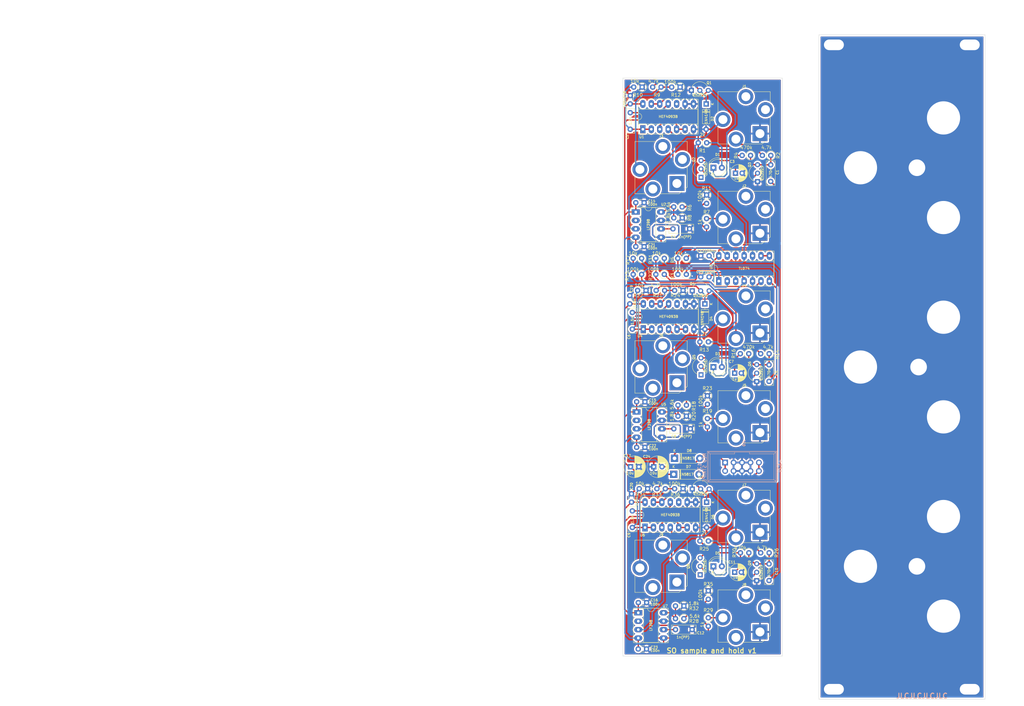
<source format=kicad_pcb>
(kicad_pcb (version 20211014) (generator pcbnew)
  (title_block (title "sample and hold"))
  (layers (0 "F.Cu" signal) (31 "B.Cu" signal) (34 "B.Paste" user) (35 "F.Paste" user) (36 "B.SilkS" user "B.Silkscreen") (37 "F.SilkS" user "F.Silkscreen") (38 "B.Mask" user) (39 "F.Mask" user) (44 "Edge.Cuts" user))
  (net 0 "")
  (net 1 "GND")
  (net 2 "-12V")
  (net 3 "+12V")
  (net 4 "Net-(C1-Pad1)")
  (net 5 "Net-(C1-Pad2)")
  (net 6 "Net-(C2-Pad1)")
  (net 7 "Net-(C2-Pad2)")
  (net 8 "Net-(C3-Pad1)")
  (net 9 "Net-(C4-Pad2)")
  (net 10 "Net-(D2-Pad1)")
  (net 11 "Net-(D3-Pad2)")
  (net 12 "Net-(D4-Pad1)")
  (net 13 "Net-(J1-PadT)")
  (net 14 "NOISE_1")
  (net 15 "Net-(J2-PadT)")
  (net 19 "Net-(D1-Pad1)")
  (net 20 "Net-(Q2-Pad2)")
  (net 22 "Net-(D1-Pad2)")
  (net 23 "Net-(R3-Pad2)")
  (net 24 "Net-(R6-Pad2)")
  (net 25 "Net-(R6-Pad1)")
  (net 26 "Net-(R11-Pad2)")
  (net 28 "Net-(C5-Pad1)")
  (net 29 "Net-(C5-Pad2)")
  (net 30 "Net-(C6-Pad2)")
  (net 31 "Net-(D3-Pad1)")
  (net 32 "Net-(D5-Pad2)")
  (net 33 "Net-(D6-Pad1)")
  (net 34 "Net-(J8-PadT)")
  (net 35 "Net-(J9-PadT)")
  (net 36 "Net-(C6-Pad1)")
  (net 37 "Net-(C9-Pad1)")
  (net 38 "Net-(C9-Pad2)")
  (net 40 "Net-(C10-Pad2)")
  (net 41 "NOISE_2")
  (net 42 "Net-(U1-Pad3)")
  (net 44 "NOISE_3")
  (net 45 "Net-(Q5-Pad2)")
  (net 46 "Net-(U4-Pad3)")
  (net 48 "Net-(C7-Pad1)")
  (net 50 "Net-(C8-Pad2)")
  (net 51 "Net-(D5-Pad1)")
  (net 52 "Net-(D7-Pad2)")
  (net 53 "Net-(D8-Pad1)")
  (net 54 "Net-(R15-Pad2)")
  (net 55 "Net-(R18-Pad1)")
  (net 56 "Net-(R18-Pad2)")
  (net 57 "Net-(C10-Pad1)")
  (net 58 "Net-(C11-Pad1)")
  (net 59 "Net-(C12-Pad2)")
  (net 60 "Net-(Q8-Pad2)")
  (net 62 "Net-(R27-Pad2)")
  (net 63 "Net-(R28-Pad1)")
  (net 64 "Net-(R28-Pad2)")
  (net 65 "Net-(U6-Pad3)")
  (net 68 "Net-(J4-PadT)")
  (net 69 "Net-(J5-PadT)")
  (net 72 "Net-(J6-PadT)")
  (net 73 "Net-(J7-PadT)")
  (net 76 "Net-(U3-Pad9)")
  (net 77 "Net-(R19-Pad2)")
  (net 78 "Net-(R29-Pad2)")
  (net 81 "Net-(J3-PadT)")
  (footprint "Kosmo_panel:Kosmo_Jack_Hole" (layer "F.Cu") (at 152.5 190)
    (fp_text reference "REF**" hide)
    (fp_text value "Kosmo_Jack_Hole")
  )
  (footprint "ao_tht:D_DO-35_SOD27_P7.62mm_Horizontal" (layer "F.Cu") (at 105.664 110.998 -90)
    (fp_text reference "D4")
    (fp_text value "1N4148")
  )
  (footprint "ao_tht:R_Axial_DIN0207_L6.3mm_D2.5mm_P2.54mm_Vertical" (layer "F.Cu") (at 106.709 122.428 180)
    (fp_text reference "R13")
    (fp_text value "2k")
  )
  (footprint "ao_tht:R_Axial_DIN0207_L6.3mm_D2.5mm_P2.54mm_Vertical" (layer "F.Cu") (at 99.089 106.934 180)
    (fp_text reference "R24")
    (fp_text value "100k")
  )
  (footprint "ao_tht:R_Axial_DIN0207_L6.3mm_D2.5mm_P2.54mm_Vertical" (layer "F.Cu") (at 86.77 45.72 180)
    (fp_text reference "R10")
    (fp_text value "10k")
  )
  (footprint "ao_tht:DIP-14_W7.62mm_Socket_LongPads" (layer "F.Cu") (at 87.63 178.308 90)
    (fp_text reference "U6")
    (fp_text value "HEF4093B")
  )
  (footprint "ao_tht:R_Axial_DIN0207_L6.3mm_D2.5mm_P2.54mm_Vertical" (layer "F.Cu") (at 86.614 97.282 180)
    (fp_text reference "R17")
    (fp_text value "10k")
  )
  (footprint "ao_tht:C_Rect_L7.2mm_W2.5mm_P5.00mm_FKS2_FKP2_MKS2_MKP2" (layer "F.Cu") (at 101.052 88.392 180)
    (fp_text reference "C4")
    (fp_text value "1n(PP)")
  )
  (footprint "ao_tht:C_Rect_L7.2mm_W2.5mm_P5.00mm_FKS2_FKP2_MKS2_MKP2" (layer "F.Cu") (at 83.82 178.308 90)
    (fp_text reference "C9")
    (fp_text value "1.5n")
  )
  (footprint "ao_tht:Jack_6.35mm_PJ_629HAN" (layer "F.Cu") (at 117.5 55)
    (fp_text reference "J1")
    (fp_text value "in_1")
  )
  (footprint "ao_tht:C_Rect_L7.2mm_W2.5mm_P5.00mm_FKS2_FKP2_MKS2_MKP2" (layer "F.Cu") (at 124.968 134.326 90)
    (fp_text reference "C5")
    (fp_text value "470n")
  )
  (footprint "ao_tht:C_Disc_D3.0mm_W1.6mm_P2.50mm" (layer "F.Cu") (at 87.366 93.736 180)
    (fp_text reference "C21")
    (fp_text value "100n")
  )
  (footprint "Kosmo_panel:Kosmo_Jack_Hole" (layer "F.Cu") (at 177.5 145)
    (fp_text reference "REF**" hide)
    (fp_text value "Kosmo_Jack_Hole")
  )
  (footprint "Kosmo_panel:Kosmo_Jack_Hole" (layer "F.Cu") (at 177.5 205)
    (fp_text reference "REF**" hide)
    (fp_text value "Kosmo_Jack_Hole")
  )
  (footprint "ao_tht:LED_D5.0mm" (layer "F.Cu") (at 108.225 70)
    (fp_text reference "D1")
    (fp_text value "LED_red")
  )
  (footprint "ao_tht:R_Axial_DIN0207_L6.3mm_D2.5mm_P2.54mm_Vertical" (layer "F.Cu") (at 106.68 205.486 -90)
    (fp_text reference "R29")
    (fp_text value "1k")
  )
  (footprint "Kosmo_panel:Kosmo_Panel_Dual_Slotted_Mounting_Holes" (layer "F.Cu") (at 143.1 227)
    (fp_text reference "REF**" hide)
    (fp_text value "Kosmo_Panel_Dual_Slotted_Mounting_Holes")
  )
  (footprint "ao_tht:R_Axial_DIN0207_L6.3mm_D2.5mm_P2.54mm_Vertical" (layer "F.Cu") (at 119.409 66.294 180)
    (fp_text reference "R4")
    (fp_text value "470k")
  )
  (footprint "ao_tht:LED_D5.0mm" (layer "F.Cu") (at 108.225 190)
    (fp_text reference "D5")
    (fp_text value "LED_red")
  )
  (footprint "ao_tht:R_Axial_DIN0207_L6.3mm_D2.5mm_P2.54mm_Vertical" (layer "F.Cu") (at 106.201 62.484 180)
    (fp_text reference "R1")
    (fp_text value "2k")
  )
  (footprint "ao_tht:C_Rect_L7.2mm_W2.5mm_P5.00mm_FKS2_FKP2_MKS2_MKP2" (layer "F.Cu") (at 125.476 74.128 90)
    (fp_text reference "C1")
    (fp_text value "470n")
  )
  (footprint "ao_tht:TO-92_Inline_Wide" (layer "F.Cu") (at 121.264 194.31 90)
    (fp_text reference "Q9")
    (fp_text value "2N3904")
  )
  (footprint "ao_tht:DIP-14_W7.62mm_Socket_LongPads" (layer "F.Cu") (at 109.85 104.13 90)
    (fp_text reference "U3")
    (fp_text value "TL074")
  )
  (footprint "ao_tht:CP_Radial_D6.3mm_P2.50mm" (layer "F.Cu") (at 83.272621 160.02)
    (fp_text reference "C17")
    (fp_text value "10u")
  )
  (footprint "ao_tht:R_Axial_DIN0207_L6.3mm_D2.5mm_P2.54mm_Vertical" (layer "F.Cu") (at 106.68 197.358 -90)
    (fp_text reference "R35")
    (fp_text value "100k")
  )
  (footprint "ao_tht:R_Axial_DIN0207_L6.3mm_D2.5mm_P2.54mm_Vertical" (layer "F.Cu") (at 106.162 85.305 -90)
    (fp_text reference "R7")
    (fp_text value "1k")
  )
  (footprint "ao_tht:C_Disc_D3.0mm_W1.6mm_P2.50mm" (layer "F.Cu") (at 83.185 48.28 -90)
    (fp_text reference "C18")
    (fp_text value "100n")
  )
  (footprint "ao_tht:C_Disc_D3.0mm_W1.6mm_P2.50mm" (layer "F.Cu") (at 85.11 140.462)
    (fp_text reference "C15")
    (fp_text value "100n")
  )
  (footprint "ao_tht:CP_Radial_D5.0mm_P2.00mm" (layer "F.Cu") (at 114.614888 191.77)
    (fp_text reference "C11")
    (fp_text value "1u")
  )
  (footprint "ao_tht:C_Disc_D3.0mm_W1.6mm_P2.50mm" (layer "F.Cu") (at 104.414 102.87)
    (fp_text reference "C25")
    (fp_text value "100n")
  )
  (footprint "ao_tht:R_Axial_DIN0207_L6.3mm_D2.5mm_P2.54mm_Vertical" (layer "F.Cu") (at 99.089 166.624 180)
    (fp_text reference "R36")
    (fp_text value "100k")
  )
  (footprint "ao_tht:R_Axial_DIN0207_L6.3mm_D2.5mm_P2.54mm_Vertical" (layer "F.Cu") (at 86.614 102.108 180)
    (fp_text reference "R15")
    (fp_text value "100k")
  )
  (footprint "ao_tht:C_Disc_D3.0mm_W1.6mm_P2.50mm" (layer "F.Cu") (at 83.058 108.478 -90)
    (fp_text reference "C19")
    (fp_text value "100n")
  )
  (footprint "ao_tht:R_Axial_DIN0207_L6.3mm_D2.5mm_P2.54mm_Vertical" (layer "F.Cu") (at 125.505 66.294 180)
    (fp_text reference "R2")
    (fp_text value "4.7k")
  )
  (footprint "Kosmo_panel:Kosmo_LED_Hole" (layer "F.Cu") (at 169.5 70)
    (fp_text reference "REF**" hide)
    (fp_text value "Kosmo_LED_Hole")
  )
  (footprint "ao_tht:C_Disc_D3.0mm_W1.6mm_P2.50mm" (layer "F.Cu") (at 104.414 96.52)
    (fp_text reference "C13")
    (fp_text value "100n")
  )
  (footprint "ao_tht:C_Rect_L7.2mm_W2.5mm_P5.00mm_FKS2_FKP2_MKS2_MKP2" (layer "F.Cu") (at 101.306 148.59 180)
    (fp_text reference "C8")
    (fp_text value "1n(PP)")
  )
  (footprint "ao_tht:Jack_6.35mm_PJ_629HAN" (layer "F.Cu") (at 117.5 85)
    (fp_text reference "J2")
    (fp_text value "out_1")
  )
  (footprint "ao_tht:R_Axial_DIN0207_L6.3mm_D2.5mm_P2.54mm_Vertical" (layer "F.Cu") (at 93.443 102.108 180)
    (fp_text reference "R27")
    (fp_text value "100k")
  )
  (footprint "ao_tht:Jack_6.35mm_PJ_629HAN" (layer "F.Cu") (at 117.5 205)
    (fp_text reference "J8")
    (fp_text value "out_3")
  )
  (footprint "ao_tht:C_Disc_D3.0mm_W1.6mm_P2.50mm" (layer "F.Cu") (at 85.618 200.914)
    (fp_text reference "C16")
    (fp_text value "100n")
  )
  (footprint "ao_tht:Jack_6.35mm_PJ_629HAN" (layer "F.Cu") (at 92.5 130)
    (fp_text reference "J6")
    (fp_text value "trig_2")
  )
  (footprint "ao_tht:TO-92_Inline_Wide" (layer "F.Cu") (at 101.6 46.715)
    (fp_text reference "Q1")
    (fp_text value "2N3904")
  )
  (footprint "ao_tht:Jack_6.35mm_PJ_629HAN" (layer "F.Cu") (at 92.5 70)
    (fp_text reference "J3")
    (fp_text value "trig_1")
  )
  (footprint "ao_tht:DIP-14_W7.62mm_Socket_LongPads" (layer "F.Cu") (at 87.117 118.608 90)
    (fp_text reference "U4")
    (fp_text value "HEF4093B")
  )
  (footprint "ao_tht:R_Axial_DIN0207_L6.3mm_D2.5mm_P2.54mm_Vertical" (layer "F.Cu") (at 106.709 182.372 180)
    (fp_text reference "R25")
    (fp_text value "2k")
  )
  (footprint "ao_tht:D_DO-41_SOD81_P7.62mm_Horizontal" (layer "F.Cu") (at 96.52 157.48)
    (fp_text reference "D8")
    (fp_text value "1N5817")
  )
  (footprint "ao_tht:R_Axial_DIN0207_L6.3mm_D2.5mm_P2.54mm_Vertical" (layer "F.Cu") (at 100.105 144.78 180)
    (fp_text reference "R20")
    (fp_text value "1.8k")
  )
  (footprint "ao_tht:R_Axial_DIN0207_L6.3mm_D2.5mm_P2.54mm_Vertical" (layer "F.Cu") (at 93.443 97.282 180)
    (fp_text reference "R31")
    (fp_text value "10k")
  )
  (footprint "panellib:panel_samplehold" (layer "F.Cu") (at 165 130)
    (fp_text reference "G***")
    (fp_text value "LOGO" hide)
  )
  (footprint "Kosmo_panel:Kosmo_Panel_Dual_Slotted_Mounting_Holes" (layer "F.Cu") (at 184 227)
    (fp_text reference "REF**" hide)
    (fp_text value "Kosmo_Panel_Dual_Slotted_Mounting_Holes")
  )
  (footprint "ao_tht:Jack_6.35mm_PJ_629HAN" (layer "F.Cu") (at 92.5 190)
    (fp_text reference "J9")
    (fp_text value "trig_3")
  )
  (footprint "ao_tht:DIP-8_W7.62mm_Socket_LongPads" (layer "F.Cu") (at 85.608 203.972)
    (fp_text reference "U7")
    (fp_text value "LF398")
  )
  (footprint "ao_tht:R_Axial_DIN0207_L6.3mm_D2.5mm_P2.54mm_Vertical" (layer "F.Cu") (at 100.105 141.478 180)
    (fp_text reference "R18")
    (fp_text value "5.6k")
  )
  (footprint "ao_tht:C_Disc_D3.0mm_W1.6mm_P2.50mm" (layer "F.Cu") (at 87.61 154.178 180)
    (fp_text reference "C22")
    (fp_text value "100n")
  )
  (footprint "ao_tht:R_Axial_DIN0207_L6.3mm_D2.5mm_P2.54mm_Vertical" (layer "F.Cu") (at 106.426 138.655 -90)
    (fp_text reference "R23")
    (fp_text value "100k")
  )
  (footprint "Kosmo_panel:Kosmo_Jack_Hole" (layer "F.Cu") (at 152.5 130)
    (fp_text reference "REF**" hide)
    (fp_text value "Kosmo_Jack_Hole")
  )
  (footprint "ao_tht:R_Axial_DIN0207_L6.3mm_D2.5mm_P2.54mm_Vertical" (layer "F.Cu") (at 106.172 78.203 -90)
    (fp_text reference "R11")
    (fp_text value "100k")
  )
  (footprint "Kosmo_panel:Kosmo_LED_Hole" (layer "F.Cu") (at 169.5 190)
    (fp_text reference "REF**" hide)
    (fp_text value "Kosmo_LED_Hole")
  )
  (footprint "ao_tht:R_Axial_DIN0207_L6.3mm_D2.5mm_P2.54mm_Vertical" (layer "F.Cu") (at 100.047 97.282 180)
    (fp_text reference "R5")
    (fp_text value "10k")
  )
  (footprint "ao_tht:R_Axial_DIN0207_L6.3mm_D2.5mm_P2.54mm_Vertical" (layer "F.Cu") (at 124.997 185.928 180)
    (fp_text reference "R26")
    (fp_text value "4.7k")
  )
  (footprint "ao_tht:LED_D5.0mm" (layer "F.Cu") (at 108.225 130)
    (fp_text reference "D3")
    (fp_text value "LED_red")
  )
  (footprint "ao_tht:R_Axial_DIN0207_L6.3mm_D2.5mm_P2.54mm_Vertical" (layer "F.Cu") (at 92.485 45.72 180)
    (fp_text reference "R9")
    (fp_text value "4.7k")
  )
  (footprint "ao_tht:C_Rect_L7.2mm_W2.5mm_P5.00mm_FKS2_FKP2_MKS2_MKP2" (layer "F.Cu") (at 83.82 118.578 90)
    (fp_text reference "C6")
    (fp_text value "1.5n")
  )
  (footprint "ao_tht:CP_Radial_D5.0mm_P2.00mm" (layer "F.Cu") (at 114.614888 131.826)
    (fp_text reference "C7")
    (fp_text value "1u")
  )
  (footprint "ao_tht:C_Rect_L7.2mm_W2.5mm_P5.00mm_FKS2_FKP2_MKS2_MKP2" (layer "F.Cu") (at 124.968 194.27 90)
    (fp_text reference "C10")
    (fp_text value "470n")
  )
  (footprint "Kosmo_panel:Kosmo_Jack_Hole" (layer "F.Cu") (at 177.5 175)
    (fp_text reference "REF**" hide)
    (fp_text value "Kosmo_Jack_Hole")
  )
  (footprint "ao_tht:CP_Radial_D5.0mm_P2.00mm" (layer "F.Cu") (at 114.868888 71.628)
    (fp_text reference "C3")
    (fp_text value "1u")
  )
  (footprint "ao_tht:DIP-14_W7.62mm_Socket_LongPads" (layer "F.Cu") (at 86.99 58.41 90)
    (fp_text reference "U1")
    (fp_text value "HEF4093B")
  )
  (footprint "ao_tht:C_Disc_D3.0mm_W1.6mm_P2.50mm" (layer "F.Cu") (at 88.098 214.884 180)
    (fp_text reference "C23")
    (fp_text value "100n")
  )
  (footprint "ao_tht:R_Axial_DIN0207_L6.3mm_D2.5mm_P2.54mm_Vertical" (layer "F.Cu") (at 98.2 45.72 180)
    (fp_text reference "R12")
    (fp_text value "100k")
  )
  (footprint "ao_tht:R_Axial_DIN0207_L6.3mm_D2.5mm_P2.54mm_Vertical" (layer "F.Cu") (at 106.426 145.513 -90)
    (fp_text reference "R19")
    (fp_text value "1k")
  )
  (footprint "ao_tht:TO-92_Inline_Wide" (layer "F.Cu") (at 121.264 134.366 90)
    (fp_text reference "Q6")
    (fp_text value "2N3904")
  )
  (footprint "Kosmo_panel:Kosmo_LED_Hole" (layer "F.Cu") (at 170 130)
    (fp_text reference "REF**" hide)
    (fp_text value "Kosmo_LED_Hole")
  )
  (footprint "Kosmo_panel:Kosmo_Jack_Hole" (layer "F.Cu") (at 177.5 85)
    (fp_text reference "REF**" hide)
    (fp_text value "Kosmo_Jack_Hole")
  )
  (footprint "ao_tht:TO-92_Inline_Wide" (layer "F.Cu") (at 104.5 72.898 90)
    (fp_text reference "Q2")
    (fp_text value "BC546")
  )
  (footprint "ao_tht:R_Axial_DIN0207_L6.3mm_D2.5mm_P2.54mm_Vertical" (layer "F.Cu") (at 118.901 185.928 180)
    (fp_text reference "R30")
    (fp_text value "470k")
  )
  (footprint "ao_tht:R_Axial_DIN0207_L6.3mm_D2.5mm_P2.54mm_Vertical" (layer "F.Cu") (at 98.816 81.798 180)
    (fp_text reference "R6")
    (fp_text value "5.6k")
  )
  (footprint "Kosmo_panel:Kosmo_Jack_Hole" (layer "F.Cu") (at 177.5 55)
    (fp_text reference "REF**" hide)
    (fp_text value "Kosmo_Jack_Hole")
  )
  (footprint "ao_tht:Jack_6.35mm_PJ_629HAN" (layer "F.Cu") (at 117.5 115)
    (fp_text reference "J4")
    (fp_text value "in_2")
  )
  (footprint "ao_tht:C_Rect_L7.2mm_W2.5mm_P5.00mm_FKS2_FKP2_MKS2_MKP2" (layer "F.Cu") (at 101.814 209.042 180)
    (fp_text reference "C12")
    (fp_text value "1n(PP)")
  )
  (footprint "ao_tht:R_Axial_DIN0207_L6.3mm_D2.5mm_P2.54mm_Vertical" (layer "F.Cu") (at 93.53 106.934 180)
    (fp_text reference "R21")
    (fp_text value "4.7k")
  )
  (footprint "ao_tht:TO-92_Inline_Wide" (layer "F.Cu") (at 104.246 192.532 90)
    (fp_text reference "Q8")
    (fp_text value "BC546")
  )
  (footprint "ao_tht:C_Rect_L7.2mm_W2.5mm_P5.00mm_FKS2_FKP2_MKS2_MKP2" (layer "F.Cu") (at 83.185 58.42 90)
    (fp_text reference "C2")
    (fp_text value "1.5n")
  )
  (footprint "ao_tht:R_Axial_DIN0207_L6.3mm_D2.5mm_P2.54mm_Vertical" (layer "F.Cu") (at 87.942 106.934 180)
    (fp_text reference "R22")
    (fp_text value "10k")
  )
  (footprint "ao_tht:TO-92_Inline_Wide" (layer "F.Cu") (at 121.518 74.168 90)
    (fp_text reference "Q3")
    (fp_text value "2N3904")
  )
  (footprint "ao_tht:R_Axial_DIN0207_L6.3mm_D2.5mm_P2.54mm_Vertical" (layer "F.Cu") (at 124.997 125.984 180)
    (fp_text reference "R14")
    (fp_text value "4.7k")
  )
  (footprint "ao_tht:DIP-8_W7.62mm_Socket_LongPads" (layer "F.Cu") (at 84.846 83.322)
    (fp_text reference "U2")
    (fp_text value "LF398")
  )
  (footprint "ao_tht:Jack_6.35mm_PJ_629HAN" (layer "F.Cu") (at 117.5 145)
    (fp_text reference "J5")
    (fp_text value "out_2")
  )
  (footprint "Kosmo_panel:Kosmo_Jack_Hole" (layer "F.Cu") (at 152.5 70)
    (fp_text reference "REF**" hide)
    (fp_text value "Kosmo_Jack_Hole")
  )
  (footprint "ao_tht:D_DO-41_SOD81_P7.62mm_Horizontal" (layer "F.Cu") (at 96.266 162.306)
    (fp_text reference "D7")
    (fp_text value "1N5817")
  )
  (footprint "ao_tht:C_Disc_D3.0mm_W1.6mm_P2.50mm" (layer "F.Cu") (at 84.866 80.518)
    (fp_text reference "C14")
    (fp_text value "100n")
  )
  (footprint "ao_tht:Jack_6.35mm_PJ_629HAN" (layer "F.Cu") (at 117.5 175)
    (fp_text reference "J7")
    (fp_text value "in_3")
  )
  (footprint "ao_tht:R_Axial_DIN0207_L6.3mm_D2.5mm_P2.54mm_Vertical" (layer "F.Cu") (at 88.421 166.624 180)
    (fp_text reference "R34")
    (fp_text value "10k")
  )
  (footprint "ao_tht:TO-92_Inline_Wide" (layer "F.Cu") (at 104.5 132.334 90)
    (fp_text reference "Q5")
    (fp_text value "BC546")
  )
  (footprint "ao_tht:TO-92_Inline_Wide" (layer "F.Cu") (at 101.854 107.04)
    (fp_text reference "Q4")
    (fp_text value "2N3904")
  )
  (footprint "ao_tht:D_DO-35_SOD27_P7.62mm_Horizontal" (layer "F.Cu") (at 106.045 50.8 -90)
    (fp_text reference "D2")
    (fp_text value "1N4148")
  )
  (footprint "ao_tht:D_DO-35_SOD27_P7.62mm_Horizontal" (layer "F.Cu") (at 106.172 170.688 -90)
    (fp_text reference "D6")
    (fp_text value "1N4148")
  )
  (footprint "ao_tht:R_Axial_DIN0207_L6.3mm_D2.5mm_P2.54mm_Vertical" (layer "F.Cu") (at 98.845 85.1 180)
    (fp_text reference "R8")
    (fp_text value "1.8k")
  )
  (footprint "ao_tht:C_Disc_D3.0mm_W1.6mm_P2.50mm" (layer "F.Cu") (at 83.566 168.168 -90)
    (fp_text reference "C20")
    (fp_text value "100n")
  )
  (footprint "ao_tht:R_Axial_DIN0207_L6.3mm_D2.5mm_P2.54mm_Vertical" (layer "F.Cu") (at 118.872 125.984 180)
    (fp_text reference "R16")
    (fp_text value "470k")
  )
  (footprint "Kosmo_panel:Kosmo_Jack_Hole" (layer "F.Cu") (at 177.5 115)
    (fp_text reference "REF**" hide)
    (fp_text value "Kosmo_Jack_Hole")
  )
  (footprint "ao_tht:TO-92_Inline_Wide" (layer "F.Cu") (at 101.854 166.73)
    (fp_text reference "Q7")
    (fp_text value "2N3904")
  )
  (footprint "ao_tht:R_Axial_DIN0207_L6.3mm_D2.5mm_P2.54mm_Vertical" (layer "F.Cu") (at 93.755 166.624 180)
    (fp_text reference "R33")
    (fp_text value "4.7k")
  )
  (footprint "ao_tht:CP_Radial_D6.3mm_P2.50mm" (layer "F.Cu") (at 90.257621 160.02)
    (fp_text reference "C24")
    (fp_text value "10u")
  )
  (footprint "ao_tht:R_Axial_DIN0207_L6.3mm_D2.5mm_P2.54mm_Vertical" (layer "F.Cu") (at 99.343 201.93 180)
    (fp_text reference "R32")
    (fp_text value "1.8k")
  )
  (footprint "ao_tht:R_Axial_DIN0207_L6.3mm_D2.5mm_P2.54mm_Vertical" (layer "F.Cu") (at 100.076 102.108 180)
    (fp_text reference "R3")
    (fp_text value "100k")
  )
  (footprint "ao_tht:R_Axial_DIN0207_L6.3mm_D2.5mm_P2.54mm_Vertical" (layer "F.Cu") (at 99.343 205.74 180)
    (fp_text reference "R28")
    (fp_text value "5.6k")
  )
  (footprint "ao_tht:DIP-8_W7.62mm_Socket_LongPads" (layer "F.Cu") (at 85.1 143.52)
    (fp_text reference "U5")
    (fp_text value "LF398")
  )
  (footprint "ao_tht:Power_Header" (layer "B.Cu") (at 111.76 158.75 -90)
    (fp_text reference "J10")
    (fp_text value "Synth_power_2x5")
  )
  (gr_line (start 129 217) (end 81 217) (layer "Edge.Cuts") (width 0.1))
  (gr_line (start 190 30) (end 190 230) (layer "Edge.Cuts") (width 0.1))
  (gr_line (start 190 30) (end 140 30) (layer "Edge.Cuts") (width 0.1))
  (gr_line (start 129 43) (end 81 43) (layer "Edge.Cuts") (width 0.1))
  (gr_line (start 81 43) (end 81 217) (layer "Edge.Cuts") (width 0.1))
  (gr_line (start 129 43) (end 129 217) (layer "Edge.Cuts") (width 0.1))
  (gr_line (start 140 230) (end 190 230) (layer "Edge.Cuts") (width 0.1))
  (gr_line (start 140 30) (end 140 230) (layer "Edge.Cuts") (width 0.1))
  (gr_text "JLCJLCJLCJLC" (at 171 229) (layer "B.SilkS") (effects (font (size 1.5 1.5) (thickness 0.3))))
  (gr_text "SO sample and hold v1" (at 107.696 215.392) (layer "F.SilkS") (effects (font (size 1.5 1.5) (thickness 0.3))))
  (via (at 99.822 95.504) (size 0.8) (drill 0.4) (layers "F.Cu" "B.Cu") (net 1))
  (via (at 101.854 102.616) (size 0.8) (drill 0.4) (layers "F.Cu" "B.Cu") (net 1))
  (segment (start 84.846 93.716) (end 84.866 93.736) (width 0.4) (layer "F.Cu") (net 2))
  (segment (start 92.757621 160.02) (end 101.6 160.02) (width 0.4) (layer "F.Cu") (net 2))
  (segment (start 107.422 102.362) (end 106.914 102.87) (width 0.4) (layer "F.Cu") (net 2))
  (segment (start 85.1 154.168) (end 85.11 154.178) (width 0.4) (layer "F.Cu") (net 2))
  (segment (start 85.608 211.592) (end 85.608 214.874) (width 0.4) (layer "F.Cu") (net 2))
  (segment (start 117.47 104.13) (end 117.47 103.246) (width 0.4) (layer "F.Cu") (net 2))
  (segment (start 85.1 151.14) (end 85.1 154.168) (width 0.4) (layer "F.Cu") (net 2))
  (segment (start 101.6 160.02) (end 104.14 157.48) (width 0.4) (layer "F.Cu") (net 2))
  (segment (start 116.586 102.362) (end 107.422 102.362) (width 0.4) (layer "F.Cu") (net 2))
  (segment (start 84.846 90.942) (end 84.846 93.716) (width 0.4) (layer "F.Cu") (net 2))
  (segment (start 117.47 103.246) (end 116.586 102.362) (width 0.4) (layer "F.Cu") (net 2))
  (segment (start 85.608 214.874) (end 85.598 214.884) (width 0.4) (layer "F.Cu") (net 2))
  (segment (start 81.87952 156.55552) (end 81.604489 156.830551) (width 0.4) (layer "B.Cu") (net 2))
  (segment (start 81.534 152.654) (end 81.534 156.21) (width 0.4) (layer "B.Cu") (net 2))
  (segment (start 84.846 90.942) (end 82.286 90.942) (width 0.4) (layer "B.Cu") (net 2))
  (segment (start 81.604489 156.830551) (end 81.604489 208.858489) (width 0.4) (layer "B.Cu") (net 2))
  (segment (start 117.47 104.13) (end 117.47 104.526) (width 0.4) (layer "B.Cu") (net 2))
  (segment (start 81.87952 156.55552) (end 83.312 157.988) (width 0.4) (layer "B.Cu") (net 2))
  (segment (start 106.934 105.156) (end 82.296 105.156) (width 0.4) (layer "B.Cu") (net 2))
  (segment (start 81.534 105.918) (end 81.534 152.654) (width 0.4) (layer "B.Cu") (net 2))
  (segment (start 82.296 105.156) (end 81.534 105.918) (width 0.4) (layer "B.Cu") (net 2))
  (segment (start 83.312 157.988) (end 90.725621 157.988) (width 0.4) (layer "B.Cu") (net 2))
  (segment (start 85.608 211.592) (end 83.068 211.592) (width 0.4) (layer "B.Cu") (net 2))
  (segment (start 81.604489 210.128489) (end 81.604489 208.858489) (width 0.4) (layer "B.Cu") (net 2))
  (segment (start 90.725621 157.988) (end 92.757621 160.02) (width 0.4) (layer "B.Cu") (net 2))
  (segment (start 108.458 106.68) (end 106.934 105.156) (width 0.4) (layer "B.Cu") (net 2))
  (segment (start 81.534 156.21) (end 81.87952 156.55552) (width 0.4) (layer "B.Cu") (net 2))
  (segment (start 117.47 104.526) (end 115.316 106.68) (width 0.4) (layer "B.Cu") (net 2))
  (segment (start 83.068 211.592) (end 81.604489 210.128489) (width 0.4) (layer "B.Cu") (net 2))
  (segment (start 82.286 90.942) (end 81.534 91.694) (width 0.4) (layer "B.Cu") (net 2))
  (segment (start 115.316 106.68) (end 108.458 106.68) (width 0.4) (layer "B.Cu") (net 2))
  (segment (start 81.534 91.694) (end 81.534 105.918) (width 0.4) (layer "B.Cu") (net 2))
  (segment (start 83.048 151.14) (end 81.534 152.654) (width 0.4) (layer "B.Cu") (net 2))
  (segment (start 85.1 151.14) (end 83.048 151.14) (width 0.4) (layer "B.Cu") (net 2))
  (segment (start 81.534 158.75) (end 81.534 172.974) (width 0.4) (layer "F.Cu") (net 3))
  (segment (start 85.608 200.924) (end 85.618 200.914) (width 0.4) (layer "F.Cu") (net 3))
  (segment (start 102.616 55.626) (end 82.296 55.626) (width 0.4) (layer "F.Cu") (net 3))
  (segment (start 104.169 176.051) (end 103.124 175.006) (width 0.4) (layer "F.Cu") (net 3))
  (segment (start 81.534 116.332) (end 81.534 112.776) (width 0.4) (layer "F.Cu") (net 3))
  (segment (start 104.902 124.46) (end 120.933 124.46) (width 0.4) (layer "F.Cu") (net 3))
  (segment (start 104.169 122.428) (end 104.169 123.727) (width 0.4) (layer "F.Cu") (net 3))
  (segment (start 81.534 145.034) (end 81.534 116.332) (width 0.4) (layer "F.Cu") (net 3))
  (segment (start 81.534 172.974) (end 81.534 176.53) (width 0.4) (layer "F.Cu") (net 3))
  (segment (start 83.058 110.978) (end 81.534 112.502) (width 0.4) (layer "F.Cu") (net 3))
  (segment (start 81.534 112.776) (end 81.534 84.328) (width 0.4) (layer "F.Cu") (net 3))
  (segment (start 104.169 122.428) (end 104.169 116.615) (width 0.4) (layer "F.Cu") (net 3))
  (segment (start 122.457 185.928) (end 120.933 184.404) (width 0.4) (layer "F.Cu") (net 3))
  (segment (start 103.661 63.783) (end 103.661 62.484) (width 0.4) (layer "F.Cu") (net 3))
  (segment (start 85.608 203.972) (end 82.56 203.972) (width 0.4) (layer "F.Cu") (net 3))
  (segment (start 85.11 140.462) (end 85.11 143.51) (width 0.4) (layer "F.Cu") (net 3))
  (segment (start 82.54 83.322) (end 81.534 84.328) (width 0.4) (layer "F.Cu") (net 3))
  (segment (start 104.169 182.372) (end 104.169 176.051) (width 0.4) (layer "F.Cu") (net 3))
  (segment (start 82.804 160.02) (end 81.534 158.75) (width 0.4) (layer "F.Cu") (net 3))
  (segment (start 81.534 176.53) (end 81.534 201.168) (width 0.4) (layer "F.Cu") (net 3))
  (segment (start 103.124 175.006) (end 83.058 175.006) (width 0.4) (layer "F.Cu") (net 3))
  (segment (start 81.534 56.388) (end 81.534 84.328) (width 0.4) (layer "F.Cu") (net 3))
  (segment (start 84.846 83.322) (end 82.54 83.322) (width 0.4) (layer "F.Cu") (net 3))
  (segment (start 86.99 50.79) (end 83.195 50.79) (width 0.4) (layer "F.Cu") (net 3))
  (segment (start 83.185 50.78) (end 82.57 50.78) (width 0.4) (layer "F.Cu") (net 3))
  (segment (start 83.566 170.668) (end 87.61 170.668) (width 0.4) (layer "F.Cu") (net 3))
  (segment (start 104.169 123.727) (end 104.902 124.46) (width 0.4) (layer "F.Cu") (net 3))
  (segment (start 85.07031 161.81769) (end 83.272621 160.02) (width 0.4) (layer "F.Cu") (net 3))
  (segment (start 122.965 66.294) (end 121.187 64.516) (width 0.4) (layer "F.Cu") (net 3))
  (segment (start 83.566 170.668) (end 81.534 172.7) (width 0.4) (layer "F.Cu") (net 3))
  (segment (start 121.187 64.516) (end 104.394 64.516) (width 0.4) (layer "F.Cu") (net 3))
  (segment (start 120.933 184.404) (end 106.172 184.404) (width 0.4) (layer "F.Cu") (net 3))
  (segment (start 104.169 116.615) (end 103.124 115.57) (width 0.4) (layer "F.Cu") (net 3))
  (segment (start 85.55862 162.306) (end 85.07031 161.81769) (width 0.4) (layer "F.Cu") (net 3))
  (segment (start 120.933 124.46) (end 122.457 125.984) (width 0.4) (layer "F.Cu") (net 3))
  (segment (start 96.266 162.306) (end 85.55862 162.306) (width 0.4) (layer "F.Cu") (net 3))
  (segment (start 83.068 110.988) (end 83.058 110.978) (width 0.4) (layer "F.Cu") (net 3))
  (segment (start 83.048 143.52) (end 81.534 145.034) (width 0.4) (layer "F.Cu") (net 3))
  (segment (start 84.866 80.518) (end 84.866 83.302) (width 0.4) (layer "F.Cu") (net 3))
  (segment (start 82.296 115.57) (end 81.534 116.332) (width 0.4) (layer "F.Cu") (net 3))
  (segment (start 82.56 203.972) (end 81.534 202.946) (width 0.4) (layer "F.Cu") (net 3))
  (segment (start 87.61 170.668) (end 87.63 170.688) (width 0.4) (layer "F.Cu") (net 3))
  (segment (start 104.394 64.516) (end 103.661 63.783) (width 0.4) (layer "F.Cu") (net 3))
  (segment (start 82.57 50.78) (end 81.534 51.816) (width 0.4) (layer "F.Cu") (net 3))
  (segment (start 84.866 83.302) (end 84.846 83.322) (width 0.4) (layer "F.Cu") (net 3))
  (segment (start 85.11 143.51) (end 85.1 143.52) (width 0.4) (layer "F.Cu") (net 3))
  (segment (start 81.534 51.816) (end 81.534 56.388) (width 0.4) (layer "F.Cu") (net 3))
  (segment (start 85.608 203.972) (end 85.608 200.924) (width 0.4) (layer "F.Cu") (net 3))
  (segment (start 103.124 115.57) (end 82.296 115.57) (width 0.4) (layer "F.Cu") (net 3))
  (segment (start 103.661 62.484) (end 103.661 56.671) (width 0.4) (layer "F.Cu") (net 3))
  (segment (start 81.534 158.75) (end 81.534 145.034) (width 0.4) (layer "F.Cu") (net 3))
  (segment (start 81.534 172.7) (end 81.534 172.974) (width 0.4) (layer "F.Cu") (net 3))
  (segment (start 81.534 112.502) (end 81.534 112.776) (width 0.4) (layer "F.Cu") (net 3))
  (segment (start 106.172 184.404) (end 106.172 184.375) (width 0.4) (layer "F.Cu") (net 3))
  (segment (start 83.272621 160.02) (end 82.804 160.02) (width 0.4) (layer "F.Cu") (net 3))
  (segment (start 103.661 56.671) (end 102.616 55.626) (width 0.4) (layer "F.Cu") (net 3))
  (segment (start 82.296 55.626) (end 81.534 56.388) (width 0.4) (layer "F.Cu") (net 3))
  (segment (start 81.534 202.946) (end 81.534 201.168) (width 0.4) (layer "F.Cu") (net 3))
  (segment (start 83.195 50.79) (end 83.185 50.78) (width 0.4) (layer "F.Cu") (net 3))
  (segment (start 85.1 143.52) (end 83.048 143.52) (width 0.4) (layer "F.Cu") (net 3))
  (segment (start 83.058 175.006) (end 81.534 176.53) (width 0.4) (layer "F.Cu") (net 3))
  (segment (start 87.117 110.988) (end 83.068 110.988) (width 0.4) (layer "F.Cu") (net 3))
  (segment (start 106.172 184.375) (end 104.169 182.372) (width 0.4) (layer "F.Cu") (net 3))
  (segment (start 108.946 98.552) (end 106.914 96.52) (width 0.4) (layer "B.Cu") (net 3))
  (segment (start 102.616 74.676) (end 102.616 63.529) (width 0.4) (layer "B.Cu") (net 3))
  (segment (start 117.47 96.51) (end 117.47 97.922) (width 0.4) (layer "B.Cu") (net 3))
  (segment (start 118.11 86.614) (end 106.934 75.438) (width 0.4) (layer "B.Cu") (net 3))
  (segment (start 117.47 97.922) (end 116.84 98.552) (width 0.4) (layer "B.Cu") (net 3))
  (segment (start 116.84 98.552) (end 108.946 98.552) (width 0.4) (layer "B.Cu") (net 3))
  (segment (start 102.616 63.529) (end 103.661 62.484) (width 0.4) (layer "B.Cu") (net 3))
  (segment (start 103.378 75.438) (end 102.616 74.676) (width 0.4) (layer "B.Cu") (net 3))
  (segment (start 117.47 93.858) (end 118.11 93.218) (width 0.4) (layer "B.Cu") (net 3))
  (segment (start 117.47 96.51) (end 117.47 93.858) (width 0.4) (layer "B.Cu") (net 3))
  (segment (start 118.11 93.218) (end 118.11 86.614) (width 0.4) (layer "B.Cu") (net 3))
  (segment (start 106.934 75.438) (end 103.378 75.438) (width 0.4) (layer "B.Cu") (net 3))
  (segment (start 127.508 91.694) (end 125.05952 94.14248) (width 0.4) (layer "F.Cu") (net 4))
  (segment (start 125.05952 94.14248) (end 103.18652 94.14248) (width 0.4) (layer "F.Cu") (net 4))
  (segment (start 127.508 76.16) (end 127.508 91.694) (width 0.4) (layer "F.Cu") (net 4))
  (segment (start 125.476 74.128) (end 127.508 76.16) (width 0.4) (layer "F.Cu") (net 4))
  (segment (start 103.18652 94.14248) (end 100.047 97.282) (width 0.4) (layer "F.Cu") (net 4))
  (segment (start 121.558 69.128) (end 121.518 69.088) (width 0.4) (layer "F.Cu") (net 5))
  (segment (start 125.505 69.099) (end 125.476 69.128) (width 0.4) (layer "F.Cu") (net 5))
  (segment (start 120.396 69.088) (end 119.409 68.101) (width 0.4) (layer "F.Cu") (net 5))
  (segment (start 125.476 69.128) (end 121.558 69.128) (width 0.4) (layer "F.Cu") (net 5))
  (segment (start 119.409 68.101) (end 119.409 66.294) (width 0.4) (layer "F.Cu") (net 5))
  (segment (start 121.518 69.088) (end 120.396 69.088) (width 0.4) (layer "F.Cu") (net 5))
  (segment (start 125.505 66.294) (end 125.505 69.099) (width 0.4) (layer "F.Cu") (net 5))
  (segment (start 89.53 58.41) (end 86.99 58.41) (width 0.4) (layer "F.Cu") (net 6))
  (segment (start 86.98 58.42) (end 86.99 58.41) (width 0.4) (layer "F.Cu") (net 6))
  (segment (start 83.185 58.42) (end 86.98 58.42) (width 0.4) (layer "F.Cu") (net 6))
  (segment (start 83.185 58.42) (end 81.788 57.023) (width 0.4) (layer "B.Cu") (net 6))
  (segment (start 81.788 47.03063) (end 83.09863 45.72) (width 0.4) (layer "B.Cu") (net 6))
  (segment (start 83.09863 45.72) (end 84.23 45.72) (width 0.4) (layer "B.Cu") (net 6))
  (segment (start 81.788 57.023) (end 81.788 47.03063) (width 0.4) (layer "B.Cu") (net 6))
  (segment (start 94.61 50.79) (end 91.98 53.42) (width 0.4) (layer "F.Cu") (net 7))
  (segment (start 91.98 53.42) (end 83.185 53.42) (width 0.4) (layer "F.Cu") (net 7))
  (segment (start 115.57 66.294) (end 114.868888 66.995112) (width 0.4) (layer "F.Cu") (net 8))
  (segment (start 114.868888 66.995112) (end 114.868888 71.628) (width 0.4) (layer "F.Cu") (net 8))
  (segment (start 114.046 67.818) (end 114.868888 66.995112) (width 0.4) (layer "F.Cu") (net 8))
  (segment (start 104.5 67.818) (end 114.046 67.818) (width 0.4) (layer "F.Cu") (net 8))
  (segment (start 116.869 66.294) (end 115.57 66.294) (width 0.4) (layer "F.Cu") (net 8))
  (segment (start 96.042 88.402) (end 96.052 88.392) (width 0.4) (layer "F.Cu") (net 9))
  (segment (start 92.466 88.402) (end 96.042 88.402) (width 0.4) (layer "F.Cu") (net 9))
  (segment (start 91.469 44.196) (end 101.621 44.196) (width 0.4) (layer "F.Cu") (net 10))
  (segment (start 101.621 44.196) (end 104.14 46.715) (width 0.4) (layer "F.Cu") (net 10))
  (segment (start 89.945 45.72) (end 91.469 44.196) (width 0.4) (layer "F.Cu") (net 10))
  (segment (start 106.045 48.62) (end 104.14 46.715) (width 0.4) (layer "B.Cu") (net 10))
  (segment (start 106.045 50.8) (end 106.045 48.62) (width 0.4) (layer "B.Cu") (net 10))
  (segment (start 109.474 122.428) (end 106.709 122.428) (width 0.4) (layer "B.Cu") (net 11))
  (segment (start 110.765 123.719) (end 109.474 122.428) (width 0.4) (layer "B.Cu") (net 11))
  (segment (start 110.765 130) (end 110.765 123.719) (width 0.4) (layer "B.Cu") (net 11))
  (segment (start 103.018 105.664) (end 104.394 107.04) (width 0.4) (layer "F.Cu") (net 12))
  (segment (start 90.99 106.934) (end 92.26 105.664) (width 0.4) (layer "F.Cu") (net 12))
  (segment (start 92.26 105.664) (end 103.018 105.664) (width 0.4) (layer "F.Cu") (net 12))
  (segment (start 105.664 108.31) (end 104.394 107.04) (width 0.4) (layer "B.Cu") (net 12))
  (segment (start 105.664 110.998) (end 105.664 108.31) (width 0.4) (layer "B.Cu") (net 12))
  (segment (start 82.814 87.64) (end 83.576 88.402) (width 0.4) (layer "B.Cu") (net 13))
  (segment (start 83.576 88.402) (end 84.846 88.402) (width 0.4) (layer "B.Cu") (net 13))
  (segment (start 82.814 78.73) (end 82.814 87.64) (width 0.4) (layer "B.Cu") (net 13))
  (segment (start 105.386 61.214) (end 100.33 61.214) (width 0.4) (layer "B.Cu") (net 13))
  (segment (start 100.33 61.214) (end 82.814 78.73) (width 0.4) (layer "B.Cu") (net 13))
  (segment (start 111.1 55.5) (end 105.386 61.214) (width 0.4) (layer "B.Cu") (net 13))
  (segment (start 100.076 101.092) (end 100.076 102.108) (width 0.4) (layer "F.Cu") (net 14))
  (segment (start 116.592 62.992) (end 125.476 62.992) (width 0.4) (layer "F.Cu") (net 14))
  (segment (start 109.85 94.874) (end 109.85 96.51) (width 0.4) (layer "F.Cu") (net 14))
  (segment (start 115 61.4) (end 116.592 62.992) (width 0.4) (layer "F.Cu") (net 14))
  (segment (start 125.73 94.742) (end 109.982 94.742) (width 0.4) (layer "F.Cu") (net 14))
  (segment (start 125.476 62.992) (end 128.27 65.786) (width 0.4) (layer "F.Cu") (net 14))
  (segment (start 128.27 65.786) (end 128.27 92.202) (width 0.4) (layer "F.Cu") (net 14))
  (segment (start 107.046 99.314) (end 101.854 99.314) (width 0.4) (layer "F.Cu") (net 14))
  (segment (start 109.982 94.742) (end 109.85 94.874) (width 0.4) (layer "F.Cu") (net 14))
  (segment (start 128.27 92.202) (end 125.73 94.742) (width 0.4) (layer "F.Cu") (net 14))
  (segment (start 101.854 99.314) (end 100.076 101.092) (width 0.4) (layer "F.Cu") (net 14))
  (segment (start 109.85 96.51) (end 107.046 99.314) (width 0.4) (layer "F.Cu") (net 14))
  (segment (start 110.905 85.305) (end 111.1 85.5) (width 0.4) (layer "F.Cu") (net 15))
  (segment (start 106.162 85.305) (end 110.905 85.305) (width 0.4) (layer "F.Cu") (net 15))
  (segment (start 92.07 50.79) (end 94.6 48.26) (width 0.4) (layer "F.Cu") (net 19))
  (segment (start 94.6 48.26) (end 105.135 48.26) (width 0.4) (layer "F.Cu") (net 19))
  (segment (start 89.53 50.79) (end 92.07 50.79) (width 0.4) (layer "F.Cu") (net 19))
  (segment (start 105.135 48.26) (end 106.68 46.715) (width 0.4) (layer "F.Cu") (net 19))
  (segment (start 112.268 71.882) (end 112.268 59.436) (width 0.4) (layer "B.Cu") (net 19))
  (segment (start 108.966 72.644) (end 111.506 72.644) (width 0.4) (layer "B.Cu") (net 19))
  (segment (start 112.268 59.436) (end 114.808 56.896) (width 0.4) (layer "B.Cu") (net 19))
  (segment (start 107.421 46.715) (end 106.68 46.715) (width 0.4) (layer "B.Cu") (net 19))
  (segment (start 108.225 70) (end 108.225 71.903) (width 0.4) (layer "B.Cu") (net 19))
  (segment (start 114.808 54.102) (end 107.421 46.715) (width 0.4) (layer "B.Cu") (net 19))
  (segment (start 114.808 56.896) (end 114.808 54.102) (width 0.4) (layer "B.Cu") (net 19))
  (segment (start 108.225 71.903) (end 108.966 72.644) (width 0.4) (layer "B.Cu") (net 19))
  (segment (start 111.506 72.644) (end 112.268 71.882) (width 0.4) (layer "B.Cu") (net 19))
  (segment (start 119.74 73.406) (end 121.518 71.628) (width 0.4) (layer "F.Cu") (net 20))
  (segment (start 107.548 73.406) (end 119.74 73.406) (width 0.4) (layer "F.Cu") (net 20))
  (segment (start 104.5 70.358) (end 107.548 73.406) (width 0.4) (layer "F.Cu") (net 20))
  (segment (start 110.765 63.775) (end 110.765 70) (width 0.4) (layer "B.Cu") (net 22))
  (segment (start 109.474 62.484) (end 110.765 63.775) (width 0.4) (layer "B.Cu") (net 22))
  (segment (start 106.201 62.484) (end 109.474 62.484) (width 0.4) (layer "B.Cu") (net 22))
  (segment (start 97.536 102.108) (end 97.536 97.311) (width 0.4) (layer "F.Cu") (net 23))
  (segment (start 97.536 97.311) (end 97.507 97.282) (width 0.4) (layer "F.Cu") (net 23))
  (segment (start 99.314 94.234) (end 110.114 94.234) (width 0.4) (layer "B.Cu") (net 23))
  (segment (start 97.507 97.282) (end 97.507 96.041) (width 0.4) (layer "B.Cu") (net 23))
  (segment (start 97.507 96.041) (end 99.314 94.234) (width 0.4) (layer "B.Cu") (net 23))
  (segment (start 110.114 94.234) (end 112.39 96.51) (width 0.4) (layer "B.Cu") (net 23))
  (segment (start 94.752 81.798) (end 96.276 81.798) (width 0.4) (layer "F.Cu") (net 24))
  (segment (start 92.466 83.322) (end 93.228 83.322) (width 0.4) (layer "F.Cu") (net 24))
  (segment (start 93.228 83.322) (end 94.752 81.798) (width 0.4) (layer "F.Cu") (net 24))
  (segment (start 96.276 85.071) (end 96.305 85.1) (width 0.4) (layer "F.Cu") (net 24))
  (segment (start 96.276 81.798) (end 96.276 85.071) (width 0.4) (layer "F.Cu") (net 24))
  (segment (start 100.594 81.036) (end 99.832 81.798) (width 0.4) (layer "F.Cu") (net 25))
  (segment (start 100.584 72.136) (end 100.584 81.026) (width 0.4) (layer "F.Cu") (net 25))
  (segment (start 97.028 71.12) (end 99.568 71.12) (width 0.4) (layer "F.Cu") (net 25))
  (segment (start 99.832 81.798) (end 98.816 81.798) (width 0.4) (layer "F.Cu") (net 25))
  (segment (start 96.012 70.104) (end 97.028 71.12) (width 0.4) (layer "F.Cu") (net 25))
  (segment (start 94.61 58.41) (end 96.012 59.812) (width 0.4) (layer "F.Cu") (net 25))
  (segment (start 100.584 81.026) (end 100.594 81.036) (width 0.4) (layer "F.Cu") (net 25))
  (segment (start 99.568 71.12) (end 100.584 72.136) (width 0.4) (layer "F.Cu") (net 25))
  (segment (start 96.012 59.812) (end 96.012 70.104) (width 0.4) (layer "F.Cu") (net 25))
  (segment (start 104.394 86.868) (end 105.371 87.845) (width 0.4) (layer "F.Cu") (net 26))
  (segment (start 92.466 90.942) (end 90.688 90.942) (width 0.4) (layer "F.Cu") (net 26))
  (segment (start 89.916 90.17) (end 89.916 87.884) (width 0.4) (layer "F.Cu") (net 26))
  (segment (start 97.282 87.122) (end 97.79 87.63) (width 0.4) (layer "F.Cu") (net 26))
  (segment (start 97.79 87.63) (end 97.79 90.17) (width 0.4) (layer "F.Cu") (net 26))
  (segment (start 89.916 87.884) (end 90.678 87.122) (width 0.4) (layer "F.Cu") (net 26))
  (segment (start 92.466 90.942) (end 92.466 92.212) (width 0.4) (layer "F.Cu") (net 26))
  (segment (start 104.902 93.218) (end 106.162 91.958) (width 0.4) (layer "F.Cu") (net 26))
  (segment (start 106.162 91.958) (end 106.162 91.43) (width 0.4) (layer "F.Cu") (net 26))
  (segment (start 90.678 87.122) (end 97.282 87.122) (width 0.4) (layer "F.Cu") (net 26))
  (segment (start 105.371 87.845) (end 106.162 87.845) (width 0.4) (layer "F.Cu") (net 26))
  (segment (start 104.394 81.788) (end 104.394 86.868) (width 0.4) (layer "F.Cu") (net 26))
  (segment (start 93.472 93.218) (end 104.902 93.218) (width 0.4) (layer "F.Cu") (net 26))
  (segment (start 97.018 90.942) (end 92.466 90.942) (width 0.4) (layer "F.Cu") (net 26))
  (segment (start 97.79 90.17) (end 97.018 90.942) (width 0.4) (layer "F.Cu") (net 26))
  (segment (start 90.688 90.942) (end 89.916 90.17) (width 0.4) (layer "F.Cu") (net 26))
  (segment (start 106.162 91.43) (end 106.162 87.845) (width 0.4) (layer "F.Cu") (net 26))
  (segment (start 105.439 80.743) (end 104.394 81.788) (width 0.4) (layer "F.Cu") (net 26))
  (segment (start 92.466 92.212) (end 93.472 93.218) (width 0.4) (layer "F.Cu") (net 26))
  (segment (start 106.172 80.743) (end 105.439 80.743) (width 0.4) (layer "F.Cu") (net 26))
  (segment (start 97.79 87.63) (end 97.79 90.17) (width 0.4) (layer "B.Cu") (net 26))
  (segment (start 89.916 87.884) (end 90.678 87.122) (width 0.4) (layer "B.Cu") (net 26))
  (segment (start 97.018 90.942) (end 92.466 90.942) (width 0.4) (layer "B.Cu") (net 26))
  (segment (start 89.916 90.17) (end 89.916 87.884) (width 0.4) (layer "B.Cu") (net 26))
  (segment (start 92.466 90.942) (end 90.688 90.942) (width 0.4) (layer "B.Cu") (net 26))
  (segment (start 97.79 90.17) (end 97.018 90.942) (width 0.4) (layer "B.Cu") (net 26))
  (segment (start 90.678 87.122) (end 97.282 87.122) (width 0.4) (layer "B.Cu") (net 26))
  (segment (start 90.688 90.942) (end 89.916 90.17) (width 0.4) (layer "B.Cu") (net 26))
  (segment (start 97.282 87.122) (end 97.79 87.63) (width 0.4) (layer "B.Cu") (net 26))
  (segment (start 86.614 97.282) (end 86.614 98.044) (width 0.4) (layer "B.Cu") (net 28))
  (segment (start 127.254 132.04) (end 127.254 101.6) (width 0.4) (layer "B.Cu") (net 28))
  (segment (start 86.614 98.044) (end 87.376 98.806) (width 0.4) (layer "B.Cu") (net 28))
  (segment (start 127.254 101.6) (end 125.56752 99.91352) (width 0.4) (layer "B.Cu") (net 28))
  (segment (start 125.56752 99.91352) (end 88.48352 99.91352) (width 0.4) (layer "B.Cu") (net 28))
  (segment (start 88.48352 99.91352) (end 87.376 98.806) (width 0.4) (layer "B.Cu") (net 28))
  (segment (start 124.968 134.326) (end 127.254 132.04) (width 0.4) (layer "B.Cu") (net 28))
  (segment (start 124.997 125.984) (end 124.997 129.297) (width 0.4) (layer "F.Cu") (net 29))
  (segment (start 120.396 129.286) (end 118.872 127.762) (width 0.4) (layer "F.Cu") (net 29))
  (segment (start 124.997 129.297) (end 124.968 129.326) (width 0.4) (layer "F.Cu") (net 29))
  (segment (start 121.304 129.326) (end 121.264 129.286) (width 0.4) (layer "F.Cu") (net 29))
  (segment (start 124.968 129.326) (end 121.304 129.326) (width 0.4) (layer "F.Cu") (net 29))
  (segment (start 118.872 127.762) (end 118.872 125.984) (width 0.4) (layer "F.Cu") (net 29))
  (segment (start 121.264 129.286) (end 120.396 129.286) (width 0.4) (layer "F.Cu") (net 29))
  (segment (start 92.147 113.578) (end 94.737 110.988) (width 0.4) (layer "F.Cu") (net 30))
  (segment (start 83.82 113.578) (end 92.147 113.578) (width 0.4) (layer "F.Cu") (net 30))
  (segment (start 92.197 110.988) (end 94.473 108.712) (width 0.4) (layer "F.Cu") (net 31))
  (segment (start 106.934 107.696) (end 106.934 107.04) (width 0.4) (layer "F.Cu") (net 31))
  (segment (start 89.657 110.988) (end 92.197 110.988) (width 0.4) (layer "F.Cu") (net 31))
  (segment (start 105.918 108.712) (end 106.934 107.696) (width 0.4) (layer "F.Cu") (net 31))
  (segment (start 94.473 108.712) (end 105.918 108.712) (width 0.4) (layer "F.Cu") (net 31))
  (segment (start 107.802 107.04) (end 106.934 107.04) (width 0.4) (layer "B.Cu") (net 31))
  (segment (start 115.062 114.3) (end 107.802 107.04) (width 0.4) (layer "B.Cu") (net 31))
  (segment (start 111.252 132.588) (end 112.014 131.826) (width 0.4) (layer "B.Cu") (net 31))
  (segment (start 112.064511 129.461724) (end 112.014 129.411213) (width 0.4) (layer "B.Cu") (net 31))
  (segment (start 112.064511 130.538276) (end 112.064511 129.461724) (width 0.4) (layer "B.Cu") (net 31))
  (segment (start 108.225 130) (end 108.225 131.847) (width 0.4) (layer "B.Cu") (net 31))
  (segment (start 112.014 130.588787) (end 112.064511 130.538276) (width 0.4) (layer "B.Cu") (net 31))
  (segment (start 112.014 129.411213) (end 112.014 119.126) (width 0.4) (layer "B.Cu") (net 31))
  (segment (start 108.966 132.588) (end 111.252 132.588) (width 0.4) (layer "B.Cu") (net 31))
  (segment (start 115.062 116.078) (end 115.062 114.3) (width 0.4) (layer "B.Cu") (net 31))
  (segment (start 112.014 119.126) (end 115.062 116.078) (width 0.4) (layer "B.Cu") (net 31))
  (segment (start 108.225 131.847) (end 108.966 132.588) (width 0.4) (layer "B.Cu") (net 31))
  (segment (start 112.014 131.826) (end 112.014 130.588787) (width 0.4) (layer "B.Cu") (net 31))
  (segment (start 110.765 183.917) (end 109.22 182.372) (width 0.4) (layer "B.Cu") (net 32))
  (segment (start 109.22 182.372) (end 106.709 182.372) (width 0.4) (layer "B.Cu") (net 32))
  (segment (start 110.765 190) (end 110.765 183.917) (width 0.4) (layer "B.Cu") (net 32))
  (segment (start 91.215 166.624) (end 92.739 165.1) (width 0.4) (layer "F.Cu") (net 33))
  (segment (start 92.739 165.1) (end 102.764 165.1) (width 0.4) (layer "F.Cu") (net 33))
  (segment (start 102.764 165.1) (end 104.394 166.73) (width 0.4) (layer "F.Cu") (net 33))
  (segment (start 106.172 168.508) (end 104.394 166.73) (width 0.4) (layer "B.Cu") (net 33))
  (segment (start 106.172 170.688) (end 106.172 168.508) (width 0.4) (layer "B.Cu") (net 33))
  (segment (start 106.68 205.486) (end 111.086 205.486) (width 0.4) (layer "F.Cu") (net 34))
  (segment (start 111.086 205.486) (end 111.1 205.5) (width 0.4) (layer "F.Cu") (net 34))
  (segment (start 93.755 166.624) (end 96.549 166.624) (width 0.4) (layer "F.Cu") (net 35))
  (segment (start 93.755 166.624) (end 91.723 168.656) (width 0.4) (layer "B.Cu") (net 35))
  (segment (start 91.723 168.656) (end 87.122 168.656) (width 0.4) (layer "B.Cu") (net 35))
  (segment (start 87.122 168.656) (end 86.1 169.678) (width 0.4) (layer "B.Cu") (net 35))
  (segment (start 86.1 169.678) (end 86.1 190.5) (width 0.4) (layer "B.Cu") (net 35))
  (segment (start 83.85 118.608) (end 83.82 118.578) (width 0.4) (layer "F.Cu") (net 36))
  (segment (start 89.657 118.608) (end 87.117 118.608) (width 0.4) (layer "F.Cu") (net 36))
  (segment (start 87.117 118.608) (end 83.85 118.608) (width 0.4) (layer "F.Cu") (net 36))
  (segment (start 83.82 118.578) (end 85.09 117.308) (width 0.4) (layer "B.Cu") (net 36))
  (segment (start 85.09 107.246) (end 85.402 106.934) (width 0.4) (layer "B.Cu") (net 36))
  (segment (start 85.09 117.308) (end 85.09 107.246) (width 0.4) (layer "B.Cu") (net 36))
  (segment (start 87.63 178.308) (end 90.17 178.308) (width 0.4) (layer "F.Cu") (net 37))
  (segment (start 83.82 178.308) (end 87.63 178.308) (width 0.4) (layer "F.Cu") (net 37))
  (segment (start 85.881 166.624) (end 85.344 167.161) (width 0.4) (layer "B.Cu") (net 37))
  (segment (start 85.344 176.784) (end 83.82 178.308) (width 0.4) (layer "B.Cu") (net 37))
  (segment (start 85.344 167.161) (end 85.344 176.784) (width 0.4) (layer "B.Cu") (net 37))
  (segment (start 95.25 171.958) (end 93.9 173.308) (width 0.4) (layer "F.Cu") (net 38))
  (segment (start 93.9 173.308) (end 83.82 173.308) (width 0.4) (layer "F.Cu") (net 38))
  (segment (start 95.25 170.688) (end 95.25 171.958) (width 0.4) (layer "F.Cu") (net 38))
  (segment (start 124.997 185.928) (end 124.997 189.241) (width 0.4) (layer "F.Cu") (net 40))
  (segment (start 118.901 185.928) (end 118.901 187.481) (width 0.4) (layer "F.Cu") (net 40))
  (segment (start 120.65 189.23) (end 121.264 189.23) (width 0.4) (layer "F.Cu") (net 40))
  (segment (start 121.304 189.27) (end 121.264 189.23) (width 0.4) (layer "F.Cu") (net 40))
  (segment (start 118.901 187.481) (end 120.65 189.23) (width 0.4) (layer "F.Cu") (net 40))
  (segment (start 124.997 189.241) (end 124.968 189.27) (width 0.4) (layer "F.Cu") (net 40))
  (segment (start 124.968 189.27) (end 121.304 189.27) (width 0.4) (layer "F.Cu") (net 40))
  (segment (start 115 121.4) (end 115 113.222) (width 0.4) (layer "F.Cu") (net 41))
  (segment (start 115 113.222) (end 106.84248 105.06448) (width 0.4) (layer "F.Cu") (net 41))
  (segment (start 88.04648 105.06448) (end 86.614 103.632) (width 0.4) (layer "F.Cu") (net 41))
  (segment (start 86.614 103.632) (end 86.614 102.108) (width 0.4) (layer "F.Cu") (net 41))
  (segment (start 106.84248 105.06448) (end 88.04648 105.06448) (width 0.4) (layer "F.Cu") (net 41))
  (segment (start 86.614 102.108) (end 88.20896 100.51304) (width 0.4) (layer "B.Cu") (net 41))
  (segment (start 109.85 101.722) (end 109.85 104.13) (width 0.4) (layer "B.Cu") (net 41))
  (segment (start 88.20896 100.51304) (end 108.64104 100.51304) (width 0.4) (layer "B.Cu") (net 41))
  (segment (start 108.64104 100.51304) (end 109.85 101.722) (width 0.4) (layer "B.Cu") (net 41))
  (segment (start 92.964 56.388) (end 96.52 56.388) (width 0.4) (layer "F.Cu") (net 42))
  (segment (start 97.15 57.018) (end 97.15 58.41) (width 0.4) (layer "F.Cu") (net 42))
  (segment (start 96.52 56.388) (end 97.15 57.018) (width 0.4) (layer "F.Cu") (net 42))
  (segment (start 99.69 58.41) (end 97.15 58.41) (width 0.4) (layer "F.Cu") (net 42))
  (segment (start 92.07 57.282) (end 92.964 56.388) (width 0.4) (layer "F.Cu") (net 42))
  (segment (start 92.07 58.41) (end 92.07 57.282) (width 0.4) (layer "F.Cu") (net 42))
  (segment (start 102.63656 103.86544) (end 95.20044 103.86544) (width 0.4) (layer "F.Cu") (net 44))
  (segment (start 95.20044 103.86544) (end 93.443 102.108) (width 0.4) (layer "F.Cu") (net 44))
  (segment (start 103.124 102.463634) (end 103.124 103.378) (width 0.4) (layer "F.Cu") (net 44))
  (segment (start 127.254 164.084) (end 115 176.338) (width 0.4) (layer "F.Cu") (net 44))
  (segment (start 125.09 104.13) (end 127.254 106.294) (width 0.4) (layer "F.Cu") (net 44))
  (segment (start 125.09 102.23) (end 124.46 101.6) (width 0.4) (layer "F.Cu") (net 44))
  (segment (start 115 176.338) (end 115 181.4) (width 0.4) (layer "F.Cu") (net 44))
  (segment (start 125.09 104.13) (end 125.09 102.23) (width 0.4) (layer "F.Cu") (net 44))
  (segment (start 124.46 101.6) (end 103.987634 101.6) (width 0.4) (layer "F.Cu") (net 44))
  (segment (start 103.987634 101.6) (end 103.124 102.463634) (width 0.4) (layer "F.Cu") (net 44))
  (segment (start 127.254 106.294) (end 127.254 164.084) (width 0.4) (layer "F.Cu") (net 44))
  (segment (start 103.124 103.378) (end 102.63656 103.86544) (width 0.4) (layer "F.Cu") (net 44))
  (segment (start 119.486 133.604) (end 108.31 133.604) (width 0.4) (layer "F.Cu") (net 45))
  (segment (start 121.264 131.826) (end 119.486 133.604) (width 0.4) (layer "F.Cu") (net 45))
  (segment (start 108.31 133.604) (end 104.5 129.794) (width 0.4) (layer "F.Cu") (net 45))
  (segment (start 93.472 116.332) (end 92.197 117.607) (width 0.4) (layer "F.Cu") (net 46))
  (segment (start 97.277 117.597) (end 96.012 116.332) (width 0.4) (layer "F.Cu") (net 46))
  (segment (start 96.012 116.332) (end 93.472 116.332) (width 0.4) (layer "F.Cu") (net 46))
  (segment (start 97.277 118.608) (end 97.277 117.597) (width 0.4) (layer "F.Cu") (net 46))
  (segment (start 99.817 118.608) (end 97.277 118.608) (width 0.4) (layer "F.Cu") (net 46))
  (segment (start 92.197 117.607) (end 92.197 118.608) (width 0.4) (layer "F.Cu") (net 46))
  (segment (start 104.5 127.254) (end 115.062 127.254) (width 0.4) (layer "F.Cu") (net 48))
  (segment (start 115.062 127.254) (end 116.332 125.984) (width 0.4) (layer "F.Cu") (net 48))
  (segment (start 114.614888 131.826) (end 114.614888 127.701112) (width 0.4) (layer "F.Cu") (net 48))
  (segment (start 114.614888 127.701112) (end 115.062 127.254) (width 0.4) (layer "F.Cu") (net 48))
  (segment (start 92.72 148.6) (end 96.296 148.6) (width 0.4) (layer "F.Cu") (net 50))
  (segment (start 96.296 148.6) (end 96.306 148.59) (width 0.4) (layer "F.Cu") (net 50))
  (segment (start 105.262 168.402) (end 106.934 166.73) (width 0.4) (layer "F.Cu") (net 51))
  (segment (start 94.996 168.402) (end 105.262 168.402) (width 0.4) (layer "F.Cu") (net 51))
  (segment (start 92.71 170.688) (end 94.996 168.402) (width 0.4) (layer "F.Cu") (net 51))
  (segment (start 90.17 170.688) (end 92.71 170.688) (width 0.4) (layer "F.Cu") (net 51))
  (segment (start 112.064511 189.461724) (end 112.064511 191.973489) (width 0.4) (layer "B.Cu") (net 51))
  (segment (start 106.934 166.73) (end 114.046 173.842) (width 0.4) (layer "B.Cu") (net 51))
  (segment (start 112.064511 191.973489) (end 111.506 192.532) (width 0.4) (layer "B.Cu") (net 51))
  (segment (start 111.506 192.532) (end 108.966 192.532) (width 0.4) (layer "B.Cu") (net 51))
  (segment (start 112.014 189.411213) (end 112.064511 189.461724) (width 0.4) (layer "B.Cu") (net 51))
  (segment (start 112.014 179.578) (end 112.014 189.411213) (width 0.4) (layer "B.Cu") (net 51))
  (segment (start 108.966 192.532) (end 108.225 191.791) (width 0.4) (layer "B.Cu") (net 51))
  (segment (start 114.046 173.842) (end 114.046 177.546) (width 0.4) (layer "B.Cu") (net 51))
  (segment (start 114.046 177.546) (end 112.014 179.578) (width 0.4) (layer "B.Cu") (net 51))
  (segment (start 108.225 191.791) (end 108.225 190) (width 0.4) (layer "B.Cu") (net 51))
  (segment (start 121.92 161.29) (end 119.804001 163.405999) (width 0.4) (layer "F.Cu") (net 52))
  (segment (start 104.985999 163.405999) (end 119.804001 163.405999) (width 0.4) (layer "F.Cu") (net 52))
  (segment (start 103.886 162.306) (end 104.985999 163.405999) (width 0.4) (layer "F.Cu") (net 52))
  (segment (start 121.92 158.75) (end 121.92 161.29) (width 0.4) (layer "F.Cu") (net 52))
  (segment (start 107.95 154.94) (end 97.79 154.94) (width 0.4) (layer "F.Cu") (net 53))
  (segment (start 96.52 156.21) (end 96.52 157.48) (width 0.4) (layer "F.Cu") (net 53))
  (segment (start 97.79 154.94) (end 96.52 156.21) (width 0.4) (layer "F.Cu") (net 53))
  (segment (start 111.76 158.75) (end 107.95 154.94) (width 0.4) (layer "F.Cu") (net 53))
  (segment (start 111.76 161.29) (end 111.76 158.75) (width 0.4) (layer "F.Cu") (net 53))
  (segment (start 84.074 97.282) (end 84.074 102.108) (width 0.4) (layer "F.Cu") (net 54))
  (segment (start 112.014 105.918) (end 108.712 105.918) (width 0.4) (layer "B.Cu") (net 54))
  (segment (start 108.712 105.918) (end 106.934 104.14) (width 0.4) (layer "B.Cu") (net 54))
  (segment (start 112.39 104.13) (end 112.39 105.542) (width 0.4) (layer "B.Cu") (net 54))
  (segment (start 106.934 104.14) (end 85.09 104.14) (width 0.4) (layer "B.Cu") (net 54))
  (segment (start 112.39 105.542) (end 112.014 105.918) (width 0.4) (layer "B.Cu") (net 54))
  (segment (start 85.09 104.14) (end 84.074 103.124) (width 0.4) (layer "B.Cu") (net 54))
  (segment (start 84.074 103.124) (end 84.074 102.108) (width 0.4) (layer "B.Cu") (net 54))
  (segment (start 94.737 118.608) (end 96.012 119.883) (width 0.4) (layer "F.Cu") (net 55))
  (segment (start 96.012 130.302) (end 96.774 131.064) (width 0.4) (layer "F.Cu") (net 55))
  (segment (start 99.342511 131.064) (end 100.105 131.826489) (width 0.4) (layer "F.Cu") (net 55))
  (segment (start 100.105 131.826489) (end 100.105 141.478) (width 0.4) (layer "F.Cu") (net 55))
  (segment (start 96.774 131.064) (end 99.342511 131.064) (width 0.4) (layer "F.Cu") (net 55))
  (segment (start 96.012 119.883) (end 96.012 130.302) (width 0.4) (layer "F.Cu") (net 55))
  (segment (start 92.72 143.52) (end 96.305 143.52) (width 0.4) (layer "F.Cu") (net 56))
  (segment (start 97.565 144.78) (end 97.565 141.478) (width 0.4) (layer "F.Cu") (net 56))
  (segment (start 96.305 143.52) (end 97.565 144.78) (width 0.4) (layer "F.Cu") (net 56))
  (segment (start 93.443 98.523) (end 93.443 97.282) (width 0.4) (layer "B.Cu") (net 57))
  (segment (start 94.234 99.314) (end 93.443 98.523) (width 0.4) (layer "B.Cu") (net 57))
  (segment (start 124.968 194.27) (end 128.016 191.222) (width 0.4) (layer "B.Cu") (net 57))
  (segment (start 126.238 99.314) (end 94.234 99.314) (width 0.4) (layer "B.Cu") (net 57))
  (segment (start 128.016 101.092) (end 126.238 99.314) (width 0.4) (layer "B.Cu") (net 57))
  (segment (start 128.016 191.222) (end 128.016 101.092) (width 0.4) (layer "B.Cu") (net 57))
  (segment (start 116.361 185.928) (end 105.77 185.928) (width 0.4) (layer "F.Cu") (net 58))
  (segment (start 116.361 185.928) (end 116.361 190.023888) (width 0.4) (layer "F.Cu") (net 58))
  (segment (start 116.361 190.023888) (end 114.614888 191.77) (width 0.4) (layer "F.Cu") (net 58))
  (segment (start 105.77 185.928) (end 104.246 187.452) (width 0.4) (layer "F.Cu") (net 58))
  (segment (start 96.804 209.052) (end 96.814 209.042) (width 0.4) (layer "F.Cu") (net 59))
  (segment (start 93.228 209.052) (end 96.804 209.052) (width 0.4) (layer "F.Cu") (net 59))
  (segment (start 104.246 189.992) (end 108.056 193.802) (width 0.4) (layer "F.Cu") (net 60))
  (segment (start 119.232 193.802) (end 121.264 191.77) (width 0.4) (layer "F.Cu") (net 60))
  (segment (start 108.056 193.802) (end 119.232 193.802) (width 0.4) (layer "F.Cu") (net 60))
  (segment (start 92.27296 104.46496) (end 90.903 103.095) (width 0.4) (layer "F.Cu") (net 62))
  (segment (start 90.903 102.108) (end 90.903 97.282) (width 0.4) (layer "F.Cu") (net 62))
  (segment (start 90.903 103.095) (end 90.903 102.108) (width 0.4) (layer "F.Cu") (net 62))
  (segment (start 122.55 104.13) (end 120.95048 105.72952) (width 0.4) (layer "F.Cu") (net 62))
  (segment (start 120.95048 105.72952) (end 108.650498 105.72952) (width 0.4) (layer "F.Cu") (net 62))
  (segment (start 107.385938 104.46496) (end 92.27296 104.46496) (width 0.4) (layer "F.Cu") (net 62))
  (segment (start 108.650498 105.72952) (end 107.385938 104.46496) (width 0.4) (layer "F.Cu") (net 62))
  (segment (start 95.649511 188.038) (end 101.346 193.734489) (width 0.4) (layer "F.Cu") (net 63))
  (segment (start 101.346 203.737) (end 99.343 205.74) (width 0.4) (layer "F.Cu") (net 63))
  (segment (start 95.25 178.308) (end 95.649511 178.707511) (width 0.4) (layer "F.Cu") (net 63))
  (segment (start 101.346 193.734489) (end 101.346 203.737) (width 0.4) (layer "F.Cu") (net 63))
  (segment (start 95.649511 178.707511) (end 95.649511 188.038) (width 0.4) (layer "F.Cu") (net 63))
  (segment (start 96.803 201.93) (end 96.803 205.74) (width 0.4) (layer "F.Cu") (net 64))
  (segment (start 95.035 203.972) (end 96.803 205.74) (width 0.4) (layer "F.Cu") (net 64))
  (segment (start 93.228 203.972) (end 95.035 203.972) (width 0.4) (layer "F.Cu") (net 64))
  (segment (start 92.71 177.038) (end 93.726 176.022) (width 0.4) (layer "F.Cu") (net 65))
  (segment (start 92.71 178.308) (end 92.71 177.038) (width 0.4) (layer "F.Cu") (net 65))
  (segment (start 96.52 176.022) (end 97.79 177.292) (width 0.4) (layer "F.Cu") (net 65))
  (segment (start 97.79 178.308) (end 100.33 178.308) (width 0.4) (layer "F.Cu") (net 65))
  (segment (start 93.726 176.022) (end 96.52 176.022) (width 0.4) (layer "F.Cu") (net 65))
  (segment (start 97.79 177.292) (end 97.79 178.308) (width 0.4) (layer "F.Cu") (net 65))
  (segment (start 100.33 120.904) (end 105.696 120.904) (width 0.4) (layer "B.Cu") (net 68))
  (segment (start 88.9 143.764) (end 93.726 138.938) (width 0.4) (layer "B.Cu") (net 68))
  (segment (start 86.604 148.6) (end 88.9 146.304) (width 0.4) (layer "B.Cu") (net 68))
  (segment (start 105.696 120.904) (end 111.1 115.5) (width 0.4) (layer "B.Cu") (net 68))
  (segment (start 93.726 127.508) (end 100.33 120.904) (width 0.4) (layer "B.Cu") (net 68))
  (segment (start 93.726 138.938) (end 93.726 127.508) (width 0.4) (layer "B.Cu") (net 68))
  (segment (start 88.9 146.304) (end 88.9 143.764) (width 0.4) (layer "B.Cu") (net 68))
  (segment (start 85.1 148.6) (end 86.604 148.6) (width 0.4) (layer "B.Cu") (net 68))
  (segment (start 111.087 145.513) (end 111.1 145.5) (width 0.4) (layer "F.Cu") (net 69))
  (segment (start 106.426 145.513) (end 111.087 145.513) (width 0.4) (layer "F.Cu") (net 69))
  (segment (start 93.53 106.934) (end 96.549 106.934) (width 0.4) (layer "F.Cu") (net 72))
  (segment (start 93.53 108.146) (end 92.964 108.712) (width 0.4) (layer "B.Cu") (net 72))
  (segment (start 85.68952 109.982) (end 85.68952 123.53552) (width 0.4) (layer "B.Cu") (net 72))
  (segment (start 86.1 123.958) (end 86.1 130.5) (width 0.4) (layer "B.Cu") (net 72))
  (segment (start 86.106 123.952) (end 86.1 123.958) (width 0.4) (layer "B.Cu") (net 72))
  (segment (start 92.964 108.712) (end 86.95952 108.712) (width 0.4) (layer "B.Cu") (net 72))
  (segment (start 86.95952 108.712) (end 85.68952 109.982) (width 0.4) (layer "B.Cu") (net 72))
  (segment (start 85.68952 123.53552) (end 86.106 123.952) (width 0.4) (layer "B.Cu") (net 72))
  (segment (start 93.53 106.934) (end 93.53 108.146) (width 0.4) (layer "B.Cu") (net 72))
  (segment (start 93.218 200.406) (end 93.218 189.435025) (width 0.4) (layer "B.Cu") (net 73))
  (segment (start 87.62 209.052) (end 89.799 206.873) (width 0.4) (layer "B.Cu") (net 73))
  (segment (start 89.799 206.873) (end 89.799 203.825) (width 0.4) (layer "B.Cu") (net 73))
  (segment (start 93.218 189.435025) (end 101.480536 181.172489) (width 0.4) (layer "B.Cu") (net 73))
  (segment (start 101.480536 181.172489) (end 105.427511 181.172489) (width 0.4) (layer "B.Cu") (net 73))
  (segment (start 105.427511 181.172489) (end 111.1 175.5) (width 0.4) (layer "B.Cu") (net 73))
  (segment (start 85.608 209.052) (end 87.62 209.052) (width 0.4) (layer "B.Cu") (net 73))
  (segment (start 89.799 203.825) (end 93.218 200.406) (width 0.4) (layer "B.Cu") (net 73))
  (segment (start 125.09 96.51) (end 122.55 96.51) (width 0.4) (layer "F.Cu") (net 76))
  (segment (start 104.902 146.529) (end 104.902 142.719) (width 0.4) (layer "F.Cu") (net 77))
  (segment (start 97.79 147.31) (end 98.298 147.818) (width 0.4) (layer "F.Cu") (net 77))
  (segment (start 106.426 148.053) (end 106.426 150.622) (width 0.4) (layer "F.Cu") (net 77))
  (segment (start 97.526 151.13) (end 92.974 151.13) (width 0.4) (layer "F.Cu") (net 77))
  (segment (start 91.196 151.13) (end 90.424 150.358) (width 0.4) (layer "F.Cu") (net 77))
  (segment (start 104.902 142.719) (end 106.426 141.195) (width 0.4) (layer "F.Cu") (net 77))
  (segment (start 106.426 148.053) (end 104.902 146.529) (width 0.4) (layer "F.Cu") (net 77))
  (segment (start 92.974 151.13) (end 91.196 151.13) (width 0.4) (layer "F.Cu") (net 77))
  (segment (start 91.186 147.31) (end 97.79 147.31) (width 0.4) (layer "F.Cu") (net 77))
  (segment (start 106.426 150.622) (end 103.124 153.924) (width 0.4) (layer "F.Cu") (net 77))
  (segment (start 93.726 153.924) (end 92.72 152.918) (width 0.4) (layer "F.Cu") (net 77))
  (segment (start 92.72 152.918) (end 92.72 151.14) (width 0.4) (layer "F.Cu") (net 77))
  (segment (start 98.298 147.818) (end 98.298 150.358) (width 0.4) (layer "F.Cu") (net 77))
  (segment (start 103.124 153.924) (end 93.726 153.924) (width 0.4) (layer "F.Cu") (net 77))
  (segment (start 98.298 150.358) (end 97.526 151.13) (width 0.4) (layer "F.Cu") (net 77))
  (segment (start 90.424 148.072) (end 91.186 147.31) (width 0.4) (layer "F.Cu") (net 77))
  (segment (start 90.424 150.358) (end 90.424 148.072) (width 0.4) (layer "F.Cu") (net 77))
  (segment (start 97.79 147.31) (end 98.298 147.818) (width 0.4) (layer "B.Cu") (net 77))
  (segment (start 90.424 150.358) (end 90.424 148.072) (width 0.4) (layer "B.Cu") (net 77))
  (segment (start 98.298 150.358) (end 97.526 151.13) (width 0.4) (layer "B.Cu") (net 77))
  (segment (start 90.424 148.072) (end 91.186 147.31) (width 0.4) (layer "B.Cu") (net 77))
  (segment (start 91.196 151.13) (end 90.424 150.358) (width 0.4) (layer "B.Cu") (net 77))
  (segment (start 91.186 147.31) (end 97.79 147.31) (width 0.4) (layer "B.Cu") (net 77))
  (segment (start 97.526 151.13) (end 92.974 151.13) (width 0.4) (layer "B.Cu") (net 77))
  (segment (start 98.298 147.818) (end 98.298 150.358) (width 0.4) (layer "B.Cu") (net 77))
  (segment (start 92.974 151.13) (end 91.196 151.13) (width 0.4) (layer "B.Cu") (net 77))
  (segment (start 98.298 210.81) (end 97.526 211.582) (width 0.4) (layer "F.Cu") (net 78))
  (segment (start 90.424 210.81) (end 90.424 208.524) (width 0.4) (layer "F.Cu") (net 78))
  (segment (start 90.424 208.524) (end 91.186 207.762) (width 0.4) (layer "F.Cu") (net 78))
  (segment (start 105.664 214.376) (end 94.234 214.376) (width 0.4) (layer "F.Cu") (net 78))
  (segment (start 93.218 213.36) (end 93.228 213.35) (width 0.4) (layer "F.Cu") (net 78))
  (segment (start 106.68 213.36) (end 105.664 214.376) (width 0.4) (layer "F.Cu") (net 78))
  (segment (start 93.228 213.35) (end 93.228 211.592) (width 0.4) (layer "F.Cu") (net 78))
  (segment (start 91.196 211.582) (end 90.424 210.81) (width 0.4) (layer "F.Cu") (net 78))
  (segment (start 106.68 208.026) (end 104.902 206.248) (width 0.4) (layer "F.Cu") (net 78))
  (segment (start 94.234 214.376) (end 93.218 213.36) (width 0.4) (layer "F.Cu") (net 78))
  (segment (start 106.68 208.026) (end 106.68 213.36) (width 0.4) (layer "F.Cu") (net 78))
  (segment (start 92.974 211.582) (end 91.196 211.582) (width 0.4) (layer "F.Cu") (net 78))
  (segment (start 104.902 201.676) (end 106.68 199.898) (width 0.4) (layer "F.Cu") (net 78))
  (segment (start 98.298 208.27) (end 98.298 210.81) (width 0.4) (layer "F.Cu") (net 78))
  (segment (start 97.79 207.762) (end 98.298 208.27) (width 0.4) (layer "F.Cu") (net 78))
  (segment (start 104.902 206.248) (end 104.902 201.676) (width 0.4) (layer "F.Cu") (net 78))
  (segment (start 91.186 207.762) (end 97.79 207.762) (width 0.4) (layer "F.Cu") (net 78))
  (segment (start 97.526 211.582) (end 92.974 211.582) (width 0.4) (layer "F.Cu") (net 78))
  (segment (start 92.485 45.72) (end 95.66 45.72) (width 0.4) (layer "F.Cu") (net 81))
  (segment (start 92.485 45.72) (end 89.945 48.26) (width 0.4) (layer "B.Cu") (net 81))
  (segment (start 84.836 69.236) (end 86.1 70.5) (width 0.4) (layer "B.Cu") (net 81))
  (segment (start 84.836 50.292) (end 84.836 69.236) (width 0.4) (layer "B.Cu") (net 81))
  (segment (start 89.945 48.26) (end 86.868 48.26) (width 0.4) (layer "B.Cu") (net 81))
  (segment (start 86.868 48.26) (end 84.836 50.292) (width 0.4) (layer "B.Cu") (net 81))
  (zone (net 1) (net_name "GND") (layer "F.Cu") (connect_pads yes (clearance 0.508)) (min_thickness 0.254) (fill yes (thermal_gap 0.508) (thermal_bridge_width 0.508))
    (polygon (pts (xy 191 231.5) (xy 139 231.5) (xy 138 29) (xy 191.5 29.5)))
  )
  (zone (net 1) (net_name "GND") (layer "F.Cu") (connect_pads (clearance 0.508)) (min_thickness 0.254) (fill yes (thermal_gap 0.508) (thermal_bridge_width 0.508))
    (polygon (pts (xy 130 218.5) (xy 80 218.5) (xy 79 42.5) (xy 130 42.5)))
  )
  (zone (net 1) (net_name "GND") (layer "B.Cu") (connect_pads (clearance 0.508)) (min_thickness 0.254) (fill yes (thermal_gap 0.508) (thermal_bridge_width 0.508))
    (polygon (pts (xy 131 218.5) (xy 79.5 220) (xy 78.5 42) (xy 131 42)))
  )
  (zone (net 1) (net_name "GND") (layer "B.Cu") (connect_pads yes (clearance 0.508)) (min_thickness 0.254) (fill yes (thermal_gap 0.508) (thermal_bridge_width 0.508))
    (polygon (pts (xy 191.5 231.5) (xy 139 231) (xy 138.564 28) (xy 191.5 29)))
  )
)
</source>
